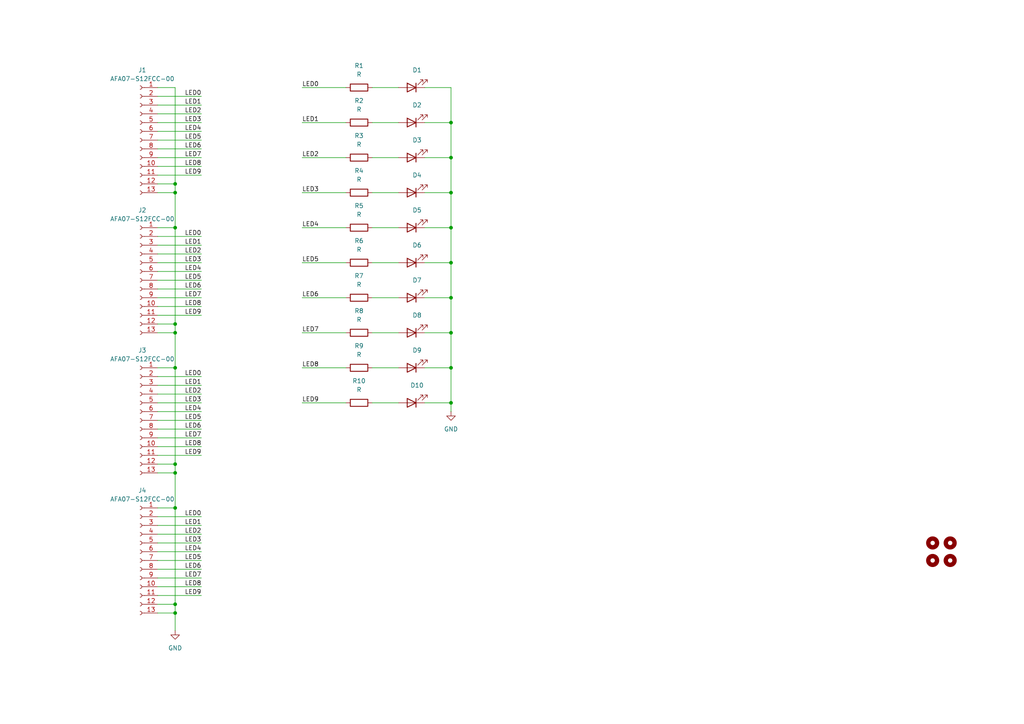
<source format=kicad_sch>
(kicad_sch (version 20231120) (generator "eeschema") (generator_version "8.0")
  (paper "A4")
  (title_block (title "${article} v${version}"))
  (lib_symbols
    (symbol "Device:R" (pin_numbers hide) (pin_names (offset 0))
      (property "Reference" "R" (at 2.032 0 90))
      (property "Value" "R" (at 0 0 90))
      (symbol "R_0_1"
        (rectangle (start -1.016 -2.54) (end 1.016 2.54) (stroke (width 0.254)))
      )
      (symbol "R_1_1"
        (pin passive line (at 0 3.81 270) (length 1.27) (name "~") (number "1"))
        (pin passive line (at 0 -3.81 90) (length 1.27) (name "~") (number "2"))
      )
    )
    (symbol "kicad_inventree_lib:AFA07-S12FCC-00" (pin_names (offset 1.016) hide)
      (property "Reference" "J" (at 0 12.7 0))
      (property "Value" "AFA07-S12FCC-00" (at 0 -27.94 0))
      (symbol "AFA07-S12FCC-00_1_1"
        (arc (start 0 -19.812) (mid -0.5058 -20.32) (end 0 -20.828) (stroke (width 0.1524)))
        (arc (start 0 -17.272) (mid -0.5058 -17.78) (end 0 -18.288) (stroke (width 0.1524)))
        (arc (start 0 -14.732) (mid -0.5058 -15.24) (end 0 -15.748) (stroke (width 0.1524)))
        (arc (start 0 -12.192) (mid -0.5058 -12.7) (end 0 -13.208) (stroke (width 0.1524)))
        (arc (start 0 -9.652) (mid -0.5058 -10.16) (end 0 -10.668) (stroke (width 0.1524)))
        (arc (start 0 -7.112) (mid -0.5058 -7.62) (end 0 -8.128) (stroke (width 0.1524)))
        (arc (start 0 -4.572) (mid -0.5058 -5.08) (end 0 -5.588) (stroke (width 0.1524)))
        (arc (start 0 -2.032) (mid -0.5058 -2.54) (end 0 -3.048) (stroke (width 0.1524)))
        (polyline (pts (xy -1.27 -20.32) (xy -0.508 -20.32)) (stroke (width 0.1524)))
        (polyline (pts (xy -1.27 -17.78) (xy -0.508 -17.78)) (stroke (width 0.1524)))
        (polyline (pts (xy -1.27 -15.24) (xy -0.508 -15.24)) (stroke (width 0.1524)))
        (polyline (pts (xy -1.27 -12.7) (xy -0.508 -12.7)) (stroke (width 0.1524)))
        (polyline (pts (xy -1.27 -10.16) (xy -0.508 -10.16)) (stroke (width 0.1524)))
        (polyline (pts (xy -1.27 -7.62) (xy -0.508 -7.62)) (stroke (width 0.1524)))
        (polyline (pts (xy -1.27 -5.08) (xy -0.508 -5.08)) (stroke (width 0.1524)))
        (polyline (pts (xy -1.27 -2.54) (xy -0.508 -2.54)) (stroke (width 0.1524)))
        (polyline (pts (xy -1.27 0) (xy -0.508 0)) (stroke (width 0.1524)))
        (polyline (pts (xy -1.27 2.54) (xy -0.508 2.54)) (stroke (width 0.1524)))
        (polyline (pts (xy -1.27 5.08) (xy -0.508 5.08)) (stroke (width 0.1524)))
        (polyline (pts (xy -1.27 7.62) (xy -0.508 7.62)) (stroke (width 0.1524)))
        (polyline (pts (xy -1.27 10.16) (xy -0.508 10.16)) (stroke (width 0.1524)))
        (arc (start 0 0.508) (mid -0.5058 0) (end 0 -0.508) (stroke (width 0.1524)))
        (arc (start 0 3.048) (mid -0.5058 2.54) (end 0 2.032) (stroke (width 0.1524)))
        (arc (start 0 5.588) (mid -0.5058 5.08) (end 0 4.572) (stroke (width 0.1524)))
        (arc (start 0 8.128) (mid -0.5058 7.62) (end 0 7.112) (stroke (width 0.1524)))
        (arc (start 0 10.668) (mid -0.5058 10.16) (end 0 9.652) (stroke (width 0.1524)))
        (pin passive line (at -5.08 10.16 0) (length 3.81) (name "Pin_1") (number "1"))
        (pin passive line (at -5.08 -12.7 0) (length 3.81) (name "Pin_10") (number "10"))
        (pin passive line (at -5.08 -15.24 0) (length 3.81) (name "Pin_11") (number "11"))
        (pin passive line (at -5.08 -17.78 0) (length 3.81) (name "Pin_11") (number "12"))
        (pin passive line (at -5.08 -20.32 0) (length 3.81) (name "Pin_11") (number "13"))
        (pin passive line (at -5.08 7.62 0) (length 3.81) (name "Pin_2") (number "2"))
        (pin passive line (at -5.08 5.08 0) (length 3.81) (name "Pin_3") (number "3"))
        (pin passive line (at -5.08 2.54 0) (length 3.81) (name "Pin_4") (number "4"))
        (pin passive line (at -5.08 0 0) (length 3.81) (name "Pin_5") (number "5"))
        (pin passive line (at -5.08 -2.54 0) (length 3.81) (name "Pin_6") (number "6"))
        (pin passive line (at -5.08 -5.08 0) (length 3.81) (name "Pin_7") (number "7"))
        (pin passive line (at -5.08 -7.62 0) (length 3.81) (name "Pin_8") (number "8"))
        (pin passive line (at -5.08 -10.16 0) (length 3.81) (name "Pin_9") (number "9"))
      )
    )
    (symbol "kicad_inventree_lib:MountingHole_M2" (pin_names (offset 1.016)) (exclude_from_sim yes) (in_bom no)
      (symbol "MountingHole_M2_0_1"
        (circle (center 0 0) (radius 1.27) (stroke (width 1.27)))
      )
    )
    (symbol "kicad_inventree_lib:XL-1606SYGC" (pin_numbers hide) (pin_names (offset 1.016) hide)
      (property "Reference" "D" (at 0 2.54 0))
      (property "Value" "XL-1606SYGC" (at 0 -3.81 0))
      (symbol "XL-1606SYGC_0_1"
        (polyline (pts (xy -1.27 -1.27) (xy -1.27 1.27)) (stroke (width 0.254)))
        (polyline (pts (xy -1.27 0) (xy 1.27 0)))
        (polyline (pts (xy 1.27 -1.27) (xy 1.27 1.27) (xy -1.27 0) (xy 1.27 -1.27)) (stroke (width 0.254)))
        (polyline (pts (xy -3.048 -0.762) (xy -4.572 -2.286) (xy -3.81 -2.286) (xy -4.572 -2.286) (xy -4.572 -1.524)))
        (polyline (pts (xy -1.778 -0.762) (xy -3.302 -2.286) (xy -2.54 -2.286) (xy -3.302 -2.286) (xy -3.302 -1.524)))
      )
      (symbol "XL-1606SYGC_1_1"
        (pin passive line (at -3.81 0 0) (length 2.54) (name "K") (number "1"))
        (pin passive line (at 3.81 0 180) (length 2.54) (name "A") (number "2"))
      )
    )
    (symbol "power:GND" (power) (pin_numbers hide) (pin_names (offset 0) hide)
      (property "Value" "GND" (at 0 -3.81 0))
      (symbol "GND_0_1"
        (polyline (pts (xy 0 0) (xy 0 -1.27) (xy 1.27 -1.27) (xy 0 -2.54) (xy -1.27 -1.27) (xy 0 -1.27)))
      )
      (symbol "GND_1_1"
        (pin power_in line (at 0 0 270) (length 0) (name "~") (number "1"))
      )
    )
  )
  (junction (at 50.8 134.62))
  (junction (at 50.8 66.04))
  (junction (at 50.8 175.26))
  (junction (at 130.81 116.84))
  (junction (at 50.8 147.32))
  (junction (at 130.81 66.04))
  (junction (at 50.8 96.52))
  (junction (at 50.8 106.68))
  (junction (at 130.81 96.52))
  (junction (at 50.8 93.98))
  (junction (at 130.81 76.2))
  (junction (at 50.8 177.8))
  (junction (at 130.81 106.68))
  (junction (at 130.81 55.88))
  (junction (at 130.81 86.36))
  (junction (at 130.81 35.56))
  (junction (at 50.8 53.34))
  (junction (at 50.8 55.88))
  (junction (at 50.8 137.16))
  (junction (at 130.81 45.72))
  (wire (pts (xy 130.81 106.68) (xy 130.81 116.84)))
  (wire (pts (xy 100.33 25.4) (xy 87.63 25.4)))
  (wire (pts (xy 45.72 152.4) (xy 58.42 152.4)))
  (wire (pts (xy 45.72 30.48) (xy 58.42 30.48)))
  (wire (pts (xy 115.57 35.56) (xy 107.95 35.56)))
  (wire (pts (xy 45.72 66.04) (xy 50.8 66.04)))
  (wire (pts (xy 115.57 106.68) (xy 107.95 106.68)))
  (wire (pts (xy 100.33 45.72) (xy 87.63 45.72)))
  (wire (pts (xy 45.72 55.88) (xy 50.8 55.88)))
  (wire (pts (xy 130.81 45.72) (xy 130.81 55.88)))
  (wire (pts (xy 45.72 96.52) (xy 50.8 96.52)))
  (wire (pts (xy 115.57 116.84) (xy 107.95 116.84)))
  (wire (pts (xy 130.81 116.84) (xy 130.81 119.38)))
  (wire (pts (xy 50.8 53.34) (xy 50.8 55.88)))
  (wire (pts (xy 50.8 147.32) (xy 50.8 175.26)))
  (wire (pts (xy 45.72 170.18) (xy 58.42 170.18)))
  (wire (pts (xy 45.72 27.94) (xy 58.42 27.94)))
  (wire (pts (xy 130.81 96.52) (xy 130.81 106.68)))
  (wire (pts (xy 45.72 175.26) (xy 50.8 175.26)))
  (wire (pts (xy 100.33 106.68) (xy 87.63 106.68)))
  (wire (pts (xy 45.72 167.64) (xy 58.42 167.64)))
  (wire (pts (xy 45.72 127) (xy 58.42 127)))
  (wire (pts (xy 115.57 55.88) (xy 107.95 55.88)))
  (wire (pts (xy 45.72 137.16) (xy 50.8 137.16)))
  (wire (pts (xy 45.72 35.56) (xy 58.42 35.56)))
  (wire (pts (xy 130.81 66.04) (xy 130.81 76.2)))
  (wire (pts (xy 115.57 66.04) (xy 107.95 66.04)))
  (wire (pts (xy 100.33 116.84) (xy 87.63 116.84)))
  (wire (pts (xy 130.81 116.84) (xy 123.19 116.84)))
  (wire (pts (xy 115.57 76.2) (xy 107.95 76.2)))
  (wire (pts (xy 45.72 48.26) (xy 58.42 48.26)))
  (wire (pts (xy 45.72 177.8) (xy 50.8 177.8)))
  (wire (pts (xy 50.8 175.26) (xy 50.8 177.8)))
  (wire (pts (xy 45.72 76.2) (xy 58.42 76.2)))
  (wire (pts (xy 45.72 78.74) (xy 58.42 78.74)))
  (wire (pts (xy 45.72 45.72) (xy 58.42 45.72)))
  (wire (pts (xy 45.72 162.56) (xy 58.42 162.56)))
  (wire (pts (xy 50.8 55.88) (xy 50.8 66.04)))
  (wire (pts (xy 45.72 83.82) (xy 58.42 83.82)))
  (wire (pts (xy 45.72 114.3) (xy 58.42 114.3)))
  (wire (pts (xy 130.81 55.88) (xy 130.81 66.04)))
  (wire (pts (xy 50.8 134.62) (xy 50.8 137.16)))
  (wire (pts (xy 50.8 177.8) (xy 50.8 182.88)))
  (wire (pts (xy 115.57 96.52) (xy 107.95 96.52)))
  (wire (pts (xy 45.72 68.58) (xy 58.42 68.58)))
  (wire (pts (xy 130.81 35.56) (xy 123.19 35.56)))
  (wire (pts (xy 130.81 45.72) (xy 123.19 45.72)))
  (wire (pts (xy 50.8 93.98) (xy 50.8 96.52)))
  (wire (pts (xy 45.72 93.98) (xy 50.8 93.98)))
  (wire (pts (xy 50.8 137.16) (xy 50.8 147.32)))
  (wire (pts (xy 45.72 88.9) (xy 58.42 88.9)))
  (wire (pts (xy 115.57 25.4) (xy 107.95 25.4)))
  (wire (pts (xy 45.72 129.54) (xy 58.42 129.54)))
  (wire (pts (xy 45.72 43.18) (xy 58.42 43.18)))
  (wire (pts (xy 130.81 86.36) (xy 130.81 96.52)))
  (wire (pts (xy 115.57 45.72) (xy 107.95 45.72)))
  (wire (pts (xy 45.72 86.36) (xy 58.42 86.36)))
  (wire (pts (xy 130.81 55.88) (xy 123.19 55.88)))
  (wire (pts (xy 100.33 55.88) (xy 87.63 55.88)))
  (wire (pts (xy 100.33 66.04) (xy 87.63 66.04)))
  (wire (pts (xy 130.81 106.68) (xy 123.19 106.68)))
  (wire (pts (xy 45.72 40.64) (xy 58.42 40.64)))
  (wire (pts (xy 130.81 86.36) (xy 123.19 86.36)))
  (wire (pts (xy 45.72 109.22) (xy 58.42 109.22)))
  (wire (pts (xy 45.72 172.72) (xy 58.42 172.72)))
  (wire (pts (xy 45.72 160.02) (xy 58.42 160.02)))
  (wire (pts (xy 45.72 165.1) (xy 58.42 165.1)))
  (wire (pts (xy 45.72 157.48) (xy 58.42 157.48)))
  (wire (pts (xy 45.72 116.84) (xy 58.42 116.84)))
  (wire (pts (xy 45.72 81.28) (xy 58.42 81.28)))
  (wire (pts (xy 45.72 111.76) (xy 58.42 111.76)))
  (wire (pts (xy 45.72 33.02) (xy 58.42 33.02)))
  (wire (pts (xy 115.57 86.36) (xy 107.95 86.36)))
  (wire (pts (xy 45.72 132.08) (xy 58.42 132.08)))
  (wire (pts (xy 130.81 25.4) (xy 123.19 25.4)))
  (wire (pts (xy 45.72 154.94) (xy 58.42 154.94)))
  (wire (pts (xy 50.8 25.4) (xy 50.8 53.34)))
  (wire (pts (xy 45.72 53.34) (xy 50.8 53.34)))
  (wire (pts (xy 45.72 73.66) (xy 58.42 73.66)))
  (wire (pts (xy 130.81 96.52) (xy 123.19 96.52)))
  (wire (pts (xy 130.81 66.04) (xy 123.19 66.04)))
  (wire (pts (xy 130.81 35.56) (xy 130.81 45.72)))
  (wire (pts (xy 45.72 149.86) (xy 58.42 149.86)))
  (wire (pts (xy 50.8 96.52) (xy 50.8 106.68)))
  (wire (pts (xy 130.81 25.4) (xy 130.81 35.56)))
  (wire (pts (xy 45.72 119.38) (xy 58.42 119.38)))
  (wire (pts (xy 130.81 76.2) (xy 123.19 76.2)))
  (wire (pts (xy 50.8 106.68) (xy 50.8 134.62)))
  (wire (pts (xy 45.72 121.92) (xy 58.42 121.92)))
  (wire (pts (xy 45.72 124.46) (xy 58.42 124.46)))
  (wire (pts (xy 45.72 147.32) (xy 50.8 147.32)))
  (wire (pts (xy 45.72 106.68) (xy 50.8 106.68)))
  (wire (pts (xy 100.33 86.36) (xy 87.63 86.36)))
  (wire (pts (xy 45.72 38.1) (xy 58.42 38.1)))
  (wire (pts (xy 45.72 50.8) (xy 58.42 50.8)))
  (wire (pts (xy 130.81 76.2) (xy 130.81 86.36)))
  (wire (pts (xy 45.72 91.44) (xy 58.42 91.44)))
  (wire (pts (xy 45.72 71.12) (xy 58.42 71.12)))
  (wire (pts (xy 45.72 25.4) (xy 50.8 25.4)))
  (wire (pts (xy 100.33 96.52) (xy 87.63 96.52)))
  (wire (pts (xy 45.72 134.62) (xy 50.8 134.62)))
  (wire (pts (xy 100.33 35.56) (xy 87.63 35.56)))
  (wire (pts (xy 100.33 76.2) (xy 87.63 76.2)))
  (wire (pts (xy 50.8 66.04) (xy 50.8 93.98)))
  (label "LED9" (at 58.42 91.44 180))
  (label "LED4" (at 87.63 66.04 0))
  (label "LED3" (at 87.63 55.88 0))
  (label "LED2" (at 58.42 73.66 180))
  (label "LED3" (at 58.42 116.84 180))
  (label "LED5" (at 87.63 76.2 0))
  (label "LED2" (at 58.42 154.94 180))
  (label "LED1" (at 58.42 111.76 180))
  (label "LED6" (at 58.42 43.18 180))
  (label "LED4" (at 58.42 78.74 180))
  (label "LED1" (at 58.42 71.12 180))
  (label "LED5" (at 58.42 81.28 180))
  (label "LED8" (at 58.42 88.9 180))
  (label "LED9" (at 58.42 172.72 180))
  (label "LED7" (at 87.63 96.52 0))
  (label "LED1" (at 58.42 30.48 180))
  (label "LED1" (at 87.63 35.56 0))
  (label "LED3" (at 58.42 76.2 180))
  (label "LED5" (at 58.42 40.64 180))
  (label "LED8" (at 58.42 48.26 180))
  (label "LED0" (at 58.42 149.86 180))
  (label "LED5" (at 58.42 121.92 180))
  (label "LED9" (at 58.42 50.8 180))
  (label "LED2" (at 58.42 114.3 180))
  (label "LED8" (at 87.63 106.68 0))
  (label "LED4" (at 58.42 160.02 180))
  (label "LED2" (at 58.42 33.02 180))
  (label "LED3" (at 58.42 157.48 180))
  (label "LED7" (at 58.42 86.36 180))
  (label "LED1" (at 58.42 152.4 180))
  (label "LED0" (at 58.42 27.94 180))
  (label "LED7" (at 58.42 127 180))
  (label "LED7" (at 58.42 167.64 180))
  (label "LED9" (at 58.42 132.08 180))
  (label "LED8" (at 58.42 170.18 180))
  (label "LED6" (at 58.42 124.46 180))
  (label "LED0" (at 58.42 68.58 180))
  (label "LED0" (at 58.42 109.22 180))
  (label "LED9" (at 87.63 116.84 0))
  (label "LED4" (at 58.42 119.38 180))
  (label "LED4" (at 58.42 38.1 180))
  (label "LED6" (at 87.63 86.36 0))
  (label "LED8" (at 58.42 129.54 180))
  (label "LED0" (at 87.63 25.4 0))
  (label "LED6" (at 58.42 83.82 180))
  (label "LED3" (at 58.42 35.56 180))
  (label "LED7" (at 58.42 45.72 180))
  (label "LED2" (at 87.63 45.72 0))
  (label "LED6" (at 58.42 165.1 180))
  (label "LED5" (at 58.42 162.56 180))
  (symbol (lib_id "kicad_inventree_lib:XL-1606SYGC") (at 119.38 106.68 180) (unit 1) (in_bom no)
    (property "Reference" "D9" (at 120.9675 101.6 0))
    (property "Value" "XL-1606SYGC" (effects (hide yes)))
    (property "Footprint" "kicad_inventree_lib:XL-1606" (effects (hide yes)))
    (property "Datasheet" "http://inventree.network/part/278/" (effects (hide yes)))
    (property "Description" "LED 0602 general green" (effects (hide yes)))
    (property "part_ipn" "XL-1606SYGC" (effects (hide yes)))
  )
  (symbol (lib_id "kicad_inventree_lib:XL-1606SYGC") (at 119.38 86.36 180) (unit 1) (in_bom no)
    (property "Reference" "D7" (at 120.9675 81.28 0))
    (property "Value" "XL-1606SYGC" (effects (hide yes)))
    (property "Footprint" "kicad_inventree_lib:XL-1606" (effects (hide yes)))
    (property "Datasheet" "http://inventree.network/part/278/" (effects (hide yes)))
    (property "Description" "LED 0602 general green" (effects (hide yes)))
    (property "part_ipn" "XL-1606SYGC" (effects (hide yes)))
  )
  (symbol (lib_id "kicad_inventree_lib:AFA07-S12FCC-00") (at 40.64 157.48 0) (mirror y) (unit 1) (in_bom no)
    (property "Reference" "J4" (at 41.275 142.24 0))
    (property "Value" "AFA07-S12FCC-00" (at 41.275 144.78 0))
    (property "Footprint" "kicad_inventree_lib:CONN10_AFA07-S12_JUS" (effects (hide yes)))
    (property "Description" "Generic connector, single row, 01x10, script generated" (effects (hide yes)))
    (property "part_ipn" "AFA07-S12FCC-00" (effects (hide yes)))
  )
  (symbol (lib_id "power:GND") (at 50.8 182.88 0) (mirror y) (unit 1)
    (property "Reference" "#PWR01" (effects (hide yes)))
    (property "Value" "GND" (at 50.8 187.96 0))
    (property "Description" "Power symbol creates a global label with name \"GND\" , ground" (effects (hide yes)))
  )
  (symbol (lib_id "kicad_inventree_lib:MountingHole_M2") (at 270.51 162.56 0) (unit 1) (exclude_from_sim yes) (in_bom no)
    (property "Reference" "H2" (effects (hide yes)))
    (property "Value" "MountingHole_M2" (effects (hide yes)))
    (property "Footprint" "kicad_inventree_lib:MountingHole_M2" (effects (hide yes)))
    (property "Description" "Mounting Hole without connection" (effects (hide yes)))
  )
  (symbol (lib_id "kicad_inventree_lib:XL-1606SYGC") (at 119.38 45.72 180) (unit 1) (in_bom no)
    (property "Reference" "D3" (at 120.9675 40.64 0))
    (property "Value" "XL-1606SYGC" (effects (hide yes)))
    (property "Footprint" "kicad_inventree_lib:XL-1606" (effects (hide yes)))
    (property "Datasheet" "http://inventree.network/part/278/" (effects (hide yes)))
    (property "Description" "LED 0602 general green" (effects (hide yes)))
    (property "part_ipn" "XL-1606SYGC" (effects (hide yes)))
  )
  (symbol (lib_id "kicad_inventree_lib:XL-1606SYGC") (at 119.38 55.88 180) (unit 1) (in_bom no)
    (property "Reference" "D4" (at 120.9675 50.8 0))
    (property "Value" "XL-1606SYGC" (effects (hide yes)))
    (property "Footprint" "kicad_inventree_lib:XL-1606" (effects (hide yes)))
    (property "Datasheet" "http://inventree.network/part/278/" (effects (hide yes)))
    (property "Description" "LED 0602 general green" (effects (hide yes)))
    (property "part_ipn" "XL-1606SYGC" (effects (hide yes)))
  )
  (symbol (lib_id "kicad_inventree_lib:XL-1606SYGC") (at 119.38 116.84 180) (unit 1) (in_bom no)
    (property "Reference" "D10" (at 120.9675 111.76 0))
    (property "Value" "XL-1606SYGC" (effects (hide yes)))
    (property "Footprint" "kicad_inventree_lib:XL-1606" (effects (hide yes)))
    (property "Datasheet" "http://inventree.network/part/278/" (effects (hide yes)))
    (property "Description" "LED 0602 general green" (effects (hide yes)))
    (property "part_ipn" "XL-1606SYGC" (effects (hide yes)))
  )
  (symbol (lib_id "kicad_inventree_lib:XL-1606SYGC") (at 119.38 96.52 180) (unit 1) (in_bom no)
    (property "Reference" "D8" (at 120.9675 91.44 0))
    (property "Value" "XL-1606SYGC" (effects (hide yes)))
    (property "Footprint" "kicad_inventree_lib:XL-1606" (effects (hide yes)))
    (property "Datasheet" "http://inventree.network/part/278/" (effects (hide yes)))
    (property "Description" "LED 0602 general green" (effects (hide yes)))
    (property "part_ipn" "XL-1606SYGC" (effects (hide yes)))
  )
  (symbol (lib_id "Device:R") (at 104.14 76.2 90) (unit 1) (in_bom no)
    (property "Reference" "R6" (at 104.14 69.85 90))
    (property "Value" "R" (at 104.14 72.39 90))
    (property "Footprint" "Resistor_SMD:R_0603_1608Metric" (effects (hide yes)))
    (property "Description" "Resistor" (effects (hide yes)))
  )
  (symbol (lib_id "Device:R") (at 104.14 35.56 90) (unit 1) (in_bom no)
    (property "Reference" "R2" (at 104.14 29.21 90))
    (property "Value" "R" (at 104.14 31.75 90))
    (property "Footprint" "Resistor_SMD:R_0603_1608Metric" (effects (hide yes)))
    (property "Description" "Resistor" (effects (hide yes)))
  )
  (symbol (lib_id "Device:R") (at 104.14 106.68 90) (unit 1) (in_bom no)
    (property "Reference" "R9" (at 104.14 100.33 90))
    (property "Value" "R" (at 104.14 102.87 90))
    (property "Footprint" "Resistor_SMD:R_0603_1608Metric" (effects (hide yes)))
    (property "Description" "Resistor" (effects (hide yes)))
  )
  (symbol (lib_id "kicad_inventree_lib:AFA07-S12FCC-00") (at 40.64 76.2 0) (mirror y) (unit 1) (in_bom no)
    (property "Reference" "J2" (at 41.275 60.96 0))
    (property "Value" "AFA07-S12FCC-00" (at 41.275 63.5 0))
    (property "Footprint" "kicad_inventree_lib:CONN10_AFA07-S12_JUS" (effects (hide yes)))
    (property "Description" "Generic connector, single row, 01x10, script generated" (effects (hide yes)))
    (property "part_ipn" "AFA07-S12FCC-00" (effects (hide yes)))
  )
  (symbol (lib_id "Device:R") (at 104.14 86.36 90) (unit 1) (in_bom no)
    (property "Reference" "R7" (at 104.14 80.01 90))
    (property "Value" "R" (at 104.14 82.55 90))
    (property "Footprint" "Resistor_SMD:R_0603_1608Metric" (effects (hide yes)))
    (property "Description" "Resistor" (effects (hide yes)))
  )
  (symbol (lib_id "Device:R") (at 104.14 55.88 90) (unit 1) (in_bom no)
    (property "Reference" "R4" (at 104.14 49.53 90))
    (property "Value" "R" (at 104.14 52.07 90))
    (property "Footprint" "Resistor_SMD:R_0603_1608Metric" (effects (hide yes)))
    (property "Description" "Resistor" (effects (hide yes)))
  )
  (symbol (lib_id "Device:R") (at 104.14 45.72 90) (unit 1) (in_bom no)
    (property "Reference" "R3" (at 104.14 39.37 90))
    (property "Value" "R" (at 104.14 41.91 90))
    (property "Footprint" "Resistor_SMD:R_0603_1608Metric" (effects (hide yes)))
    (property "Description" "Resistor" (effects (hide yes)))
  )
  (symbol (lib_id "Device:R") (at 104.14 66.04 90) (unit 1) (in_bom no)
    (property "Reference" "R5" (at 104.14 59.69 90))
    (property "Value" "R" (at 104.14 62.23 90))
    (property "Footprint" "Resistor_SMD:R_0603_1608Metric" (effects (hide yes)))
    (property "Description" "Resistor" (effects (hide yes)))
  )
  (symbol (lib_id "Device:R") (at 104.14 116.84 90) (unit 1) (in_bom no)
    (property "Reference" "R10" (at 104.14 110.49 90))
    (property "Value" "R" (at 104.14 113.03 90))
    (property "Footprint" "Resistor_SMD:R_0603_1608Metric" (effects (hide yes)))
    (property "Description" "Resistor" (effects (hide yes)))
  )
  (symbol (lib_id "kicad_inventree_lib:MountingHole_M2") (at 275.59 162.56 0) (unit 1) (exclude_from_sim yes) (in_bom no)
    (property "Reference" "H4" (effects (hide yes)))
    (property "Value" "MountingHole_M2" (effects (hide yes)))
    (property "Footprint" "kicad_inventree_lib:MountingHole_M2" (effects (hide yes)))
    (property "Description" "Mounting Hole without connection" (effects (hide yes)))
  )
  (symbol (lib_id "Device:R") (at 104.14 96.52 90) (unit 1) (in_bom no)
    (property "Reference" "R8" (at 104.14 90.17 90))
    (property "Value" "R" (at 104.14 92.71 90))
    (property "Footprint" "Resistor_SMD:R_0603_1608Metric" (effects (hide yes)))
    (property "Description" "Resistor" (effects (hide yes)))
  )
  (symbol (lib_id "kicad_inventree_lib:XL-1606SYGC") (at 119.38 66.04 180) (unit 1) (in_bom no)
    (property "Reference" "D5" (at 120.9675 60.96 0))
    (property "Value" "XL-1606SYGC" (effects (hide yes)))
    (property "Footprint" "kicad_inventree_lib:XL-1606" (effects (hide yes)))
    (property "Datasheet" "http://inventree.network/part/278/" (effects (hide yes)))
    (property "Description" "LED 0602 general green" (effects (hide yes)))
    (property "part_ipn" "XL-1606SYGC" (effects (hide yes)))
  )
  (symbol (lib_id "kicad_inventree_lib:AFA07-S12FCC-00") (at 40.64 116.84 0) (mirror y) (unit 1) (in_bom no)
    (property "Reference" "J3" (at 41.275 101.6 0))
    (property "Value" "AFA07-S12FCC-00" (at 41.275 104.14 0))
    (property "Footprint" "kicad_inventree_lib:CONN10_AFA07-S12_JUS" (effects (hide yes)))
    (property "Description" "Generic connector, single row, 01x10, script generated" (effects (hide yes)))
    (property "part_ipn" "AFA07-S12FCC-00" (effects (hide yes)))
  )
  (symbol (lib_id "kicad_inventree_lib:XL-1606SYGC") (at 119.38 35.56 180) (unit 1) (in_bom no)
    (property "Reference" "D2" (at 120.9675 30.48 0))
    (property "Value" "XL-1606SYGC" (effects (hide yes)))
    (property "Footprint" "kicad_inventree_lib:XL-1606" (effects (hide yes)))
    (property "Datasheet" "http://inventree.network/part/278/" (effects (hide yes)))
    (property "Description" "LED 0602 general green" (effects (hide yes)))
    (property "part_ipn" "XL-1606SYGC" (effects (hide yes)))
  )
  (symbol (lib_id "kicad_inventree_lib:XL-1606SYGC") (at 119.38 76.2 180) (unit 1) (in_bom no)
    (property "Reference" "D6" (at 120.9675 71.12 0))
    (property "Value" "XL-1606SYGC" (effects (hide yes)))
    (property "Footprint" "kicad_inventree_lib:XL-1606" (effects (hide yes)))
    (property "Datasheet" "http://inventree.network/part/278/" (effects (hide yes)))
    (property "Description" "LED 0602 general green" (effects (hide yes)))
    (property "part_ipn" "XL-1606SYGC" (effects (hide yes)))
  )
  (symbol (lib_id "Device:R") (at 104.14 25.4 90) (unit 1) (in_bom no)
    (property "Reference" "R1" (at 104.14 19.05 90))
    (property "Value" "R" (at 104.14 21.59 90))
    (property "Footprint" "Resistor_SMD:R_0603_1608Metric" (effects (hide yes)))
    (property "Description" "Resistor" (effects (hide yes)))
  )
  (symbol (lib_id "kicad_inventree_lib:MountingHole_M2") (at 270.51 157.48 0) (unit 1) (exclude_from_sim yes) (in_bom no)
    (property "Reference" "H1" (effects (hide yes)))
    (property "Value" "MountingHole_M2" (effects (hide yes)))
    (property "Footprint" "kicad_inventree_lib:MountingHole_M2" (effects (hide yes)))
    (property "Description" "Mounting Hole without connection" (effects (hide yes)))
  )
  (symbol (lib_id "kicad_inventree_lib:XL-1606SYGC") (at 119.38 25.4 180) (unit 1) (in_bom no)
    (property "Reference" "D1" (at 120.9675 20.32 0))
    (property "Value" "XL-1606SYGC" (effects (hide yes)))
    (property "Footprint" "kicad_inventree_lib:XL-1606" (effects (hide yes)))
    (property "Datasheet" "http://inventree.network/part/278/" (effects (hide yes)))
    (property "Description" "LED 0602 general green" (effects (hide yes)))
    (property "part_ipn" "XL-1606SYGC" (effects (hide yes)))
  )
  (symbol (lib_id "kicad_inventree_lib:MountingHole_M2") (at 275.59 157.48 0) (unit 1) (exclude_from_sim yes) (in_bom no)
    (property "Reference" "H3" (effects (hide yes)))
    (property "Value" "MountingHole_M2" (effects (hide yes)))
    (property "Footprint" "kicad_inventree_lib:MountingHole_M2" (effects (hide yes)))
    (property "Description" "Mounting Hole without connection" (effects (hide yes)))
  )
  (symbol (lib_id "power:GND") (at 130.81 119.38 0) (mirror y) (unit 1)
    (property "Reference" "#PWR02" (effects (hide yes)))
    (property "Value" "GND" (at 130.81 124.46 0))
    (property "Description" "Power symbol creates a global label with name \"GND\" , ground" (effects (hide yes)))
  )
  (symbol (lib_id "kicad_inventree_lib:AFA07-S12FCC-00") (at 40.64 35.56 0) (mirror y) (unit 1)
    (property "Reference" "J1" (at 41.275 20.32 0))
    (property "Value" "AFA07-S12FCC-00" (at 41.275 22.86 0))
    (property "Footprint" "kicad_inventree_lib:CONN10_AFA07-S12_JUS" (effects (hide yes)))
    (property "Description" "Generic connector, single row, 01x10, script generated" (effects (hide yes)))
    (property "part_ipn" "AFA07-S12FCC-00" (effects (hide yes)))
  )
)
</source>
